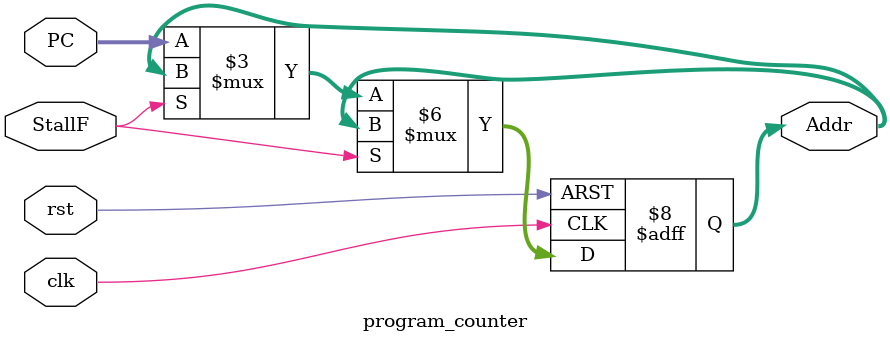
<source format=sv>
module program_counter (
	input  logic clk,rst,StallF,
	input  logic [31:0] PC,
	output logic [31:0] Addr
);

	always_ff @( posedge clk or posedge rst ) begin
	 if (rst) 
	   		Addr <= 32'd0;
	 else if ( StallF )
			Addr <= Addr;
	 else if ( ~ StallF )
			Addr <= PC;
	end	
endmodule

</source>
